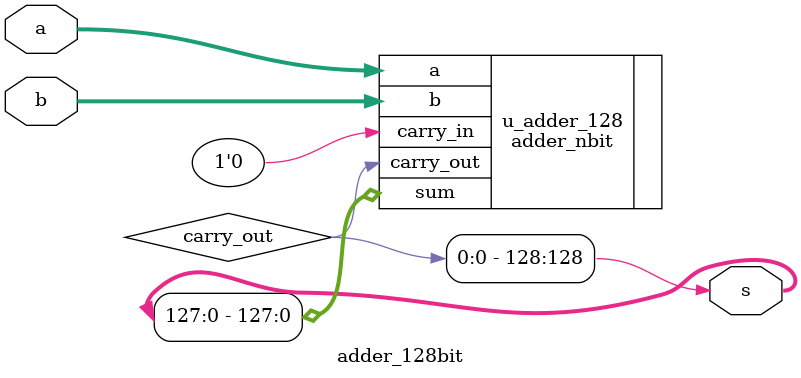
<source format=sv>
`timescale 1ns / 10ps

module adder_128bit (
    input logic [127:0] a,
    input logic [127:0] b,
    output logic [128:0] s
);

    logic carry_out;

    adder_nbit #(
        .N(128)
    ) u_adder_128 (
        .a         (a),
        .b         (b),
        .carry_in  (1'b0),
        .sum       (s[127:0]),
        .carry_out (carry_out)
    );
    
     assign s[128] = carry_out;


endmodule


</source>
